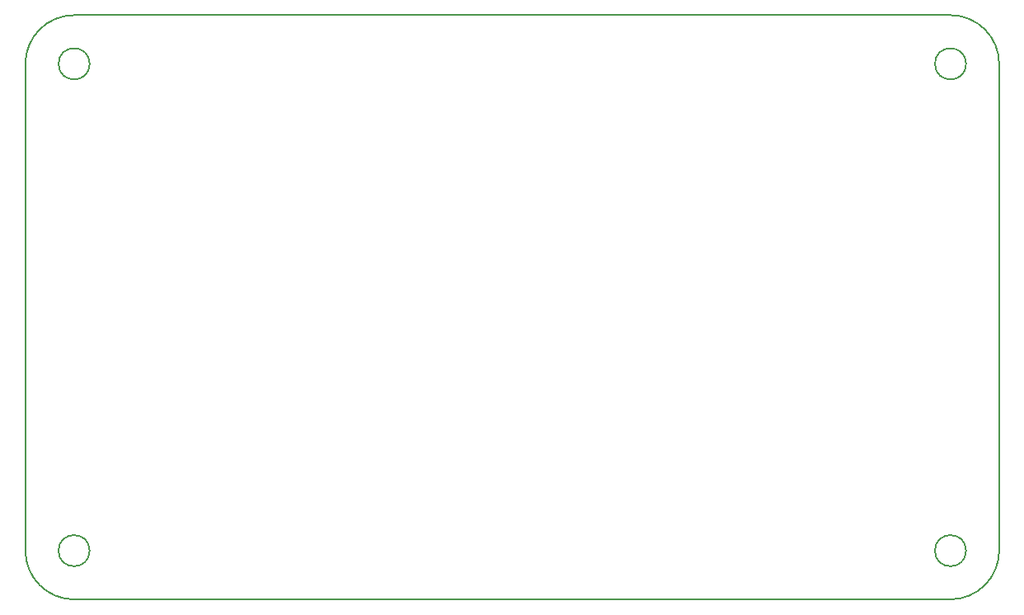
<source format=gbr>
%TF.GenerationSoftware,KiCad,Pcbnew,(6.0.11)*%
%TF.CreationDate,2024-02-29T08:23:56+09:00*%
%TF.ProjectId,Mother_Ctrl,4d6f7468-6572-45f4-9374-726c2e6b6963,rev?*%
%TF.SameCoordinates,Original*%
%TF.FileFunction,Profile,NP*%
%FSLAX46Y46*%
G04 Gerber Fmt 4.6, Leading zero omitted, Abs format (unit mm)*
G04 Created by KiCad (PCBNEW (6.0.11)) date 2024-02-29 08:23:56*
%MOMM*%
%LPD*%
G01*
G04 APERTURE LIST*
%TA.AperFunction,Profile*%
%ADD10C,0.200000*%
%TD*%
G04 APERTURE END LIST*
D10*
X201050000Y-81070000D02*
G75*
G03*
X196050000Y-76070000I-5000000J0D01*
G01*
X201050000Y-131070000D02*
X201050000Y-81070000D01*
X106050000Y-136070000D02*
X196050000Y-136070000D01*
X106050000Y-76070000D02*
G75*
G03*
X101050000Y-81070000I0J-5000000D01*
G01*
X196050000Y-76070000D02*
X106050000Y-76070000D01*
X107650000Y-81070000D02*
G75*
G03*
X107650000Y-81070000I-1600000J0D01*
G01*
X196050000Y-136070000D02*
G75*
G03*
X201050000Y-131070000I0J5000000D01*
G01*
X101050000Y-81070000D02*
X101050000Y-131070000D01*
X197650000Y-81070000D02*
G75*
G03*
X197650000Y-81070000I-1600000J0D01*
G01*
X107650000Y-131070000D02*
G75*
G03*
X107650000Y-131070000I-1600000J0D01*
G01*
X197650000Y-131070000D02*
G75*
G03*
X197650000Y-131070000I-1600000J0D01*
G01*
X101050000Y-131070000D02*
G75*
G03*
X106050000Y-136070000I5000000J0D01*
G01*
M02*

</source>
